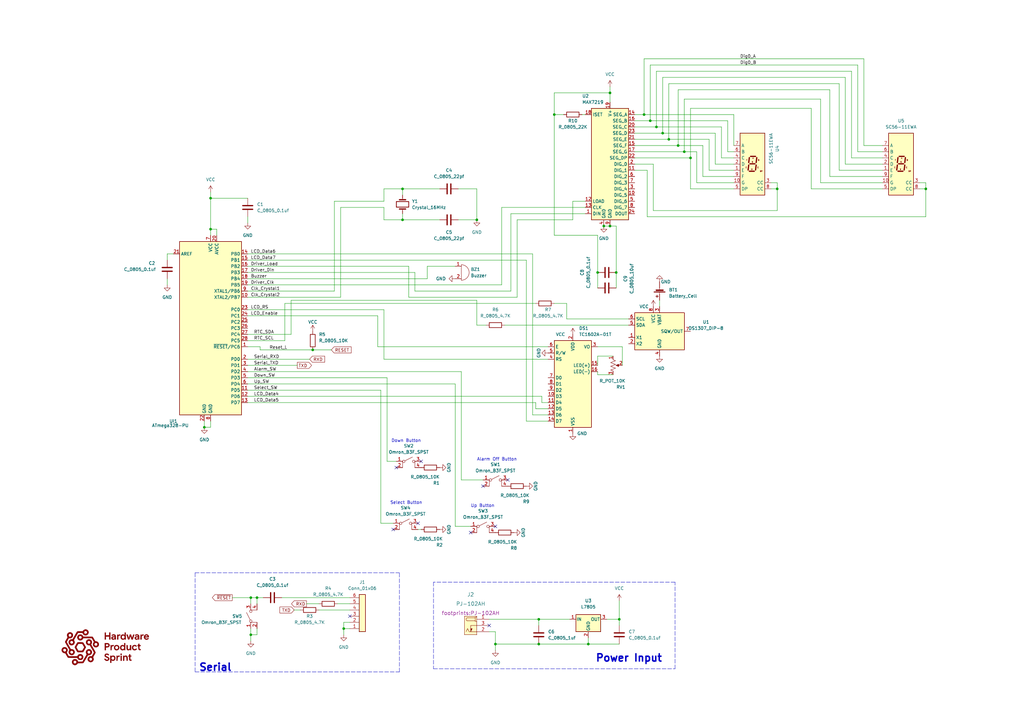
<source format=kicad_sch>
(kicad_sch (version 20211123) (generator eeschema)
  (paper "A3")
  (junction (at 269.24 52.07))
  (junction (at 283.21 64.77))
  (junction (at 318.77 77.47))
  (junction (at 264.16 46.99))
  (junction (at 280.67 62.23))
  (junction (at 83.82 175.26))
  (junction (at 247.65 92.71))
  (junction (at 165.1 90.17))
  (junction (at 227.33 46.99))
  (junction (at 254 254))
  (junction (at 102.87 245.11))
  (junction (at 241.3 264.16))
  (junction (at 278.13 59.69))
  (junction (at 165.1 77.47))
  (junction (at 86.36 81.28))
  (junction (at 105.41 245.11))
  (junction (at 220.98 254))
  (junction (at 245.11 111.76))
  (junction (at 250.19 92.71))
  (junction (at 128.27 143.51))
  (junction (at 140.97 257.81))
  (junction (at 220.98 264.16))
  (junction (at 86.36 93.98))
  (junction (at 252.73 111.76))
  (junction (at 195.58 90.17))
  (junction (at 266.7 49.53))
  (junction (at 250.19 38.1))
  (junction (at 271.78 54.61))
  (junction (at 379.73 77.47))
  (junction (at 274.32 57.15))
  (junction (at 102.87 260.35))
  (junction (at 203.2 264.16))
  (no_connect (at 161.29 217.17))
  (no_connect (at 162.56 191.77))
  (no_connect (at 200.66 256.54))
  (no_connect (at 193.04 218.44))
  (no_connect (at 172.72 189.23))
  (no_connect (at 198.12 199.39))
  (no_connect (at 203.2 215.9))
  (no_connect (at 171.45 214.63))
  (no_connect (at 208.28 196.85))
  (no_connect (at 143.51 252.73))
  (wire (pts (xy 205.74 85.09) (xy 240.03 85.09)))
  (wire (pts (xy 274.32 57.15) (xy 260.35 57.15)))
  (wire (pts (xy 218.44 170.18) (xy 224.79 170.18)))
  (wire (pts (xy 255.27 149.86) (xy 255.27 142.24)))
  (wire (pts (xy 203.2 264.16) (xy 203.2 266.7)))
  (wire (pts (xy 101.6 109.22) (xy 167.64 109.22)))
  (wire (pts (xy 143.51 257.81) (xy 140.97 257.81)))
  (wire (pts (xy 351.79 62.23) (xy 351.79 26.67)))
  (wire (pts (xy 354.33 59.69) (xy 354.33 24.13)))
  (wire (pts (xy 170.18 119.38) (xy 209.55 119.38)))
  (wire (pts (xy 101.6 114.3) (xy 175.26 114.3)))
  (wire (pts (xy 101.6 129.54) (xy 154.94 129.54)))
  (wire (pts (xy 139.7 85.09) (xy 139.7 121.92)))
  (wire (pts (xy 318.77 77.47) (xy 316.23 77.47)))
  (wire (pts (xy 101.6 165.1) (xy 219.71 165.1)))
  (wire (pts (xy 130.81 250.19) (xy 143.51 250.19)))
  (wire (pts (xy 290.83 69.85) (xy 300.99 69.85)))
  (wire (pts (xy 379.73 77.47) (xy 379.73 88.9)))
  (wire (pts (xy 140.97 255.27) (xy 140.97 257.81)))
  (wire (pts (xy 212.09 90.17) (xy 234.95 90.17)))
  (wire (pts (xy 260.35 52.07) (xy 269.24 52.07)))
  (wire (pts (xy 157.48 90.17) (xy 165.1 90.17)))
  (wire (pts (xy 101.6 160.02) (xy 156.21 160.02)))
  (polyline (pts (xy 80.01 234.95) (xy 163.83 234.95)))
  (wire (pts (xy 260.35 67.31) (xy 267.97 67.31)))
  (polyline (pts (xy 276.86 274.32) (xy 276.86 238.76)))
  (wire (pts (xy 215.9 172.72) (xy 224.79 172.72)))
  (wire (pts (xy 157.48 147.32) (xy 224.79 147.32)))
  (wire (pts (xy 254 254) (xy 248.92 254)))
  (wire (pts (xy 186.69 157.48) (xy 186.69 215.9)))
  (wire (pts (xy 200.66 254) (xy 220.98 254)))
  (wire (pts (xy 241.3 261.62) (xy 241.3 264.16)))
  (wire (pts (xy 105.41 257.81) (xy 105.41 260.35)))
  (polyline (pts (xy 177.8 238.76) (xy 177.8 274.32)))
  (wire (pts (xy 170.18 111.76) (xy 170.18 119.38)))
  (wire (pts (xy 250.19 35.56) (xy 250.19 38.1)))
  (wire (pts (xy 101.6 149.86) (xy 121.92 149.86)))
  (wire (pts (xy 336.55 40.64) (xy 280.67 40.64)))
  (wire (pts (xy 115.57 245.11) (xy 143.51 245.11)))
  (wire (pts (xy 189.23 152.4) (xy 189.23 196.85)))
  (wire (pts (xy 278.13 59.69) (xy 260.35 59.69)))
  (wire (pts (xy 165.1 90.17) (xy 180.34 90.17)))
  (wire (pts (xy 101.6 142.24) (xy 106.68 142.24)))
  (wire (pts (xy 156.21 160.02) (xy 156.21 214.63)))
  (wire (pts (xy 101.6 88.9) (xy 101.6 91.44)))
  (wire (pts (xy 105.41 245.11) (xy 107.95 245.11)))
  (wire (pts (xy 175.26 109.22) (xy 186.69 109.22)))
  (wire (pts (xy 265.43 88.9) (xy 379.73 88.9)))
  (wire (pts (xy 86.36 81.28) (xy 101.6 81.28)))
  (wire (pts (xy 361.95 69.85) (xy 344.17 69.85)))
  (wire (pts (xy 101.6 152.4) (xy 189.23 152.4)))
  (wire (pts (xy 340.36 36.83) (xy 278.13 36.83)))
  (wire (pts (xy 203.2 259.08) (xy 203.2 264.16)))
  (wire (pts (xy 116.84 124.46) (xy 219.71 124.46)))
  (wire (pts (xy 346.71 67.31) (xy 346.71 31.75)))
  (wire (pts (xy 102.87 245.11) (xy 105.41 245.11)))
  (wire (pts (xy 101.6 119.38) (xy 137.16 119.38)))
  (wire (pts (xy 195.58 123.19) (xy 195.58 133.35)))
  (wire (pts (xy 232.41 124.46) (xy 232.41 130.81)))
  (wire (pts (xy 101.6 116.84) (xy 205.74 116.84)))
  (wire (pts (xy 245.11 111.76) (xy 245.11 118.11)))
  (wire (pts (xy 361.95 77.47) (xy 332.74 77.47)))
  (wire (pts (xy 209.55 119.38) (xy 209.55 87.63)))
  (wire (pts (xy 318.77 86.36) (xy 267.97 86.36)))
  (wire (pts (xy 139.7 85.09) (xy 157.48 85.09)))
  (wire (pts (xy 205.74 116.84) (xy 205.74 85.09)))
  (wire (pts (xy 241.3 264.16) (xy 220.98 264.16)))
  (wire (pts (xy 207.01 133.35) (xy 257.81 133.35)))
  (wire (pts (xy 288.29 72.39) (xy 300.99 72.39)))
  (wire (pts (xy 105.41 247.65) (xy 105.41 245.11)))
  (wire (pts (xy 354.33 24.13) (xy 264.16 24.13)))
  (wire (pts (xy 157.48 77.47) (xy 165.1 77.47)))
  (wire (pts (xy 250.19 92.71) (xy 247.65 92.71)))
  (wire (pts (xy 106.68 143.51) (xy 128.27 143.51)))
  (wire (pts (xy 270.51 123.19) (xy 270.51 125.73)))
  (wire (pts (xy 283.21 77.47) (xy 283.21 64.77)))
  (wire (pts (xy 227.33 124.46) (xy 232.41 124.46)))
  (wire (pts (xy 300.99 77.47) (xy 283.21 77.47)))
  (wire (pts (xy 232.41 130.81) (xy 257.81 130.81)))
  (wire (pts (xy 165.1 87.63) (xy 165.1 90.17)))
  (wire (pts (xy 361.95 67.31) (xy 346.71 67.31)))
  (wire (pts (xy 212.09 121.92) (xy 212.09 90.17)))
  (wire (pts (xy 252.73 92.71) (xy 250.19 92.71)))
  (wire (pts (xy 220.98 254) (xy 233.68 254)))
  (polyline (pts (xy 163.83 275.59) (xy 163.83 234.95)))
  (wire (pts (xy 209.55 87.63) (xy 240.03 87.63)))
  (wire (pts (xy 158.75 189.23) (xy 162.56 189.23)))
  (wire (pts (xy 102.87 260.35) (xy 102.87 262.89)))
  (wire (pts (xy 119.38 137.16) (xy 119.38 123.19)))
  (wire (pts (xy 300.99 62.23) (xy 298.45 62.23)))
  (wire (pts (xy 106.68 142.24) (xy 106.68 143.51)))
  (wire (pts (xy 86.36 93.98) (xy 86.36 96.52)))
  (wire (pts (xy 157.48 77.47) (xy 157.48 82.55)))
  (wire (pts (xy 157.48 85.09) (xy 157.48 90.17)))
  (wire (pts (xy 68.58 104.14) (xy 68.58 106.68)))
  (wire (pts (xy 300.99 46.99) (xy 264.16 46.99)))
  (wire (pts (xy 116.84 139.7) (xy 116.84 124.46)))
  (wire (pts (xy 137.16 82.55) (xy 157.48 82.55)))
  (wire (pts (xy 245.11 153.67) (xy 251.46 153.67)))
  (wire (pts (xy 295.91 64.77) (xy 295.91 52.07)))
  (wire (pts (xy 245.11 149.86) (xy 245.11 146.05)))
  (wire (pts (xy 361.95 64.77) (xy 349.25 64.77)))
  (wire (pts (xy 119.38 123.19) (xy 195.58 123.19)))
  (wire (pts (xy 218.44 104.14) (xy 218.44 170.18)))
  (wire (pts (xy 300.99 64.77) (xy 295.91 64.77)))
  (wire (pts (xy 267.97 67.31) (xy 267.97 86.36)))
  (wire (pts (xy 120.65 250.19) (xy 123.19 250.19)))
  (wire (pts (xy 83.82 175.26) (xy 86.36 175.26)))
  (wire (pts (xy 165.1 80.01) (xy 165.1 77.47)))
  (wire (pts (xy 332.74 44.45) (xy 283.21 44.45)))
  (wire (pts (xy 346.71 31.75) (xy 271.78 31.75)))
  (wire (pts (xy 316.23 74.93) (xy 318.77 74.93)))
  (wire (pts (xy 269.24 29.21) (xy 269.24 52.07)))
  (wire (pts (xy 336.55 74.93) (xy 336.55 40.64)))
  (wire (pts (xy 377.19 74.93) (xy 379.73 74.93)))
  (wire (pts (xy 288.29 72.39) (xy 288.29 59.69)))
  (wire (pts (xy 264.16 24.13) (xy 264.16 46.99)))
  (wire (pts (xy 274.32 34.29) (xy 274.32 57.15)))
  (wire (pts (xy 288.29 59.69) (xy 278.13 59.69)))
  (wire (pts (xy 195.58 77.47) (xy 195.58 90.17)))
  (wire (pts (xy 332.74 77.47) (xy 332.74 44.45)))
  (wire (pts (xy 154.94 129.54) (xy 154.94 142.24)))
  (wire (pts (xy 101.6 137.16) (xy 119.38 137.16)))
  (wire (pts (xy 252.73 111.76) (xy 252.73 92.71)))
  (wire (pts (xy 254 246.38) (xy 254 254)))
  (wire (pts (xy 195.58 133.35) (xy 199.39 133.35)))
  (wire (pts (xy 245.11 96.52) (xy 227.33 96.52)))
  (wire (pts (xy 157.48 127) (xy 157.48 147.32)))
  (wire (pts (xy 101.6 127) (xy 157.48 127)))
  (wire (pts (xy 101.6 121.92) (xy 139.7 121.92)))
  (wire (pts (xy 167.64 109.22) (xy 167.64 121.92)))
  (wire (pts (xy 156.21 214.63) (xy 161.29 214.63)))
  (wire (pts (xy 318.77 77.47) (xy 318.77 86.36)))
  (wire (pts (xy 128.27 143.51) (xy 135.89 143.51)))
  (wire (pts (xy 158.75 154.94) (xy 158.75 189.23)))
  (wire (pts (xy 186.69 215.9) (xy 193.04 215.9)))
  (wire (pts (xy 238.76 46.99) (xy 240.03 46.99)))
  (wire (pts (xy 171.45 217.17) (xy 172.72 217.17)))
  (wire (pts (xy 219.71 165.1) (xy 219.71 167.64)))
  (wire (pts (xy 265.43 69.85) (xy 265.43 88.9)))
  (wire (pts (xy 283.21 64.77) (xy 260.35 64.77)))
  (wire (pts (xy 241.3 264.16) (xy 254 264.16)))
  (wire (pts (xy 280.67 62.23) (xy 260.35 62.23)))
  (wire (pts (xy 298.45 49.53) (xy 266.7 49.53)))
  (wire (pts (xy 344.17 34.29) (xy 274.32 34.29)))
  (wire (pts (xy 293.37 67.31) (xy 300.99 67.31)))
  (wire (pts (xy 86.36 93.98) (xy 88.9 93.98)))
  (wire (pts (xy 361.95 59.69) (xy 354.33 59.69)))
  (wire (pts (xy 86.36 81.28) (xy 86.36 93.98)))
  (wire (pts (xy 86.36 78.74) (xy 86.36 81.28)))
  (wire (pts (xy 361.95 72.39) (xy 340.36 72.39)))
  (wire (pts (xy 101.6 111.76) (xy 170.18 111.76)))
  (wire (pts (xy 349.25 29.21) (xy 269.24 29.21)))
  (wire (pts (xy 105.41 260.35) (xy 102.87 260.35)))
  (wire (pts (xy 200.66 259.08) (xy 203.2 259.08)))
  (wire (pts (xy 234.95 90.17) (xy 234.95 82.55)))
  (wire (pts (xy 245.11 96.52) (xy 245.11 111.76)))
  (wire (pts (xy 101.6 104.14) (xy 218.44 104.14)))
  (wire (pts (xy 102.87 257.81) (xy 102.87 260.35)))
  (wire (pts (xy 138.43 247.65) (xy 143.51 247.65)))
  (wire (pts (xy 222.25 165.1) (xy 224.79 165.1)))
  (wire (pts (xy 101.6 162.56) (xy 222.25 162.56)))
  (wire (pts (xy 101.6 106.68) (xy 215.9 106.68)))
  (wire (pts (xy 285.75 62.23) (xy 280.67 62.23)))
  (wire (pts (xy 298.45 62.23) (xy 298.45 49.53)))
  (wire (pts (xy 167.64 121.92) (xy 212.09 121.92)))
  (wire (pts (xy 165.1 77.47) (xy 180.34 77.47)))
  (wire (pts (xy 101.6 139.7) (xy 116.84 139.7)))
  (wire (pts (xy 252.73 118.11) (xy 252.73 111.76)))
  (wire (pts (xy 88.9 96.52) (xy 88.9 93.98)))
  (wire (pts (xy 102.87 245.11) (xy 95.25 245.11)))
  (wire (pts (xy 293.37 54.61) (xy 271.78 54.61)))
  (wire (pts (xy 250.19 38.1) (xy 250.19 41.91)))
  (wire (pts (xy 340.36 72.39) (xy 340.36 36.83)))
  (wire (pts (xy 264.16 46.99) (xy 260.35 46.99)))
  (wire (pts (xy 86.36 175.26) (xy 86.36 172.72)))
  (wire (pts (xy 143.51 255.27) (xy 140.97 255.27)))
  (wire (pts (xy 361.95 74.93) (xy 336.55 74.93)))
  (wire (pts (xy 280.67 40.64) (xy 280.67 62.23)))
  (wire (pts (xy 351.79 26.67) (xy 266.7 26.67)))
  (wire (pts (xy 154.94 142.24) (xy 224.79 142.24)))
  (wire (pts (xy 318.77 74.93) (xy 318.77 77.47)))
  (wire (pts (xy 295.91 52.07) (xy 269.24 52.07)))
  (wire (pts (xy 215.9 106.68) (xy 215.9 172.72)))
  (wire (pts (xy 227.33 38.1) (xy 250.19 38.1)))
  (wire (pts (xy 140.97 257.81) (xy 140.97 260.35)))
  (wire (pts (xy 189.23 196.85) (xy 198.12 196.85)))
  (wire (pts (xy 234.95 82.55) (xy 240.03 82.55)))
  (wire (pts (xy 266.7 26.67) (xy 266.7 49.53)))
  (wire (pts (xy 290.83 57.15) (xy 274.32 57.15)))
  (wire (pts (xy 68.58 114.3) (xy 68.58 116.84)))
  (wire (pts (xy 260.35 69.85) (xy 265.43 69.85)))
  (polyline (pts (xy 177.8 274.32) (xy 276.86 274.32)))
  (wire (pts (xy 271.78 54.61) (xy 260.35 54.61)))
  (wire (pts (xy 127 147.32) (xy 101.6 147.32)))
  (polyline (pts (xy 276.86 238.76) (xy 177.8 238.76)))
  (polyline (pts (xy 80.01 275.59) (xy 163.83 275.59)))
  (wire (pts (xy 285.75 74.93) (xy 285.75 62.23)))
  (wire (pts (xy 220.98 254) (xy 220.98 256.54)))
  (wire (pts (xy 125.73 247.65) (xy 130.81 247.65)))
  (polyline (pts (xy 80.01 234.95) (xy 80.01 275.59)))
  (wire (pts (xy 219.71 167.64) (xy 224.79 167.64)))
  (wire (pts (xy 83.82 175.26) (xy 83.82 172.72)))
  (wire (pts (xy 379.73 77.47) (xy 377.19 77.47)))
  (wire (pts (xy 102.87 247.65) (xy 102.87 245.11)))
  (wire (pts (xy 283.21 44.45) (xy 283.21 64.77)))
  (wire (pts (xy 222.25 162.56) (xy 222.25 165.1)))
  (wire (pts (xy 137.16 119.38) (xy 137.16 82.55)))
  (wire (pts (xy 361.95 62.23) (xy 351.79 62.23)))
  (wire (pts (xy 379.73 74.93) (xy 379.73 77.47)))
  (wire (pts (xy 278.13 36.83) (xy 278.13 59.69)))
  (wire (pts (xy 344.17 69.85) (xy 344.17 34.29)))
  (wire (pts (xy 245.11 146.05) (xy 251.46 146.05)))
  (wire (pts (xy 187.96 90.17) (xy 195.58 90.17)))
  (wire (pts (xy 293.37 67.31) (xy 293.37 54.61)))
  (wire (pts (xy 255.27 142.24) (xy 245.11 142.24)))
  (wire (pts (xy 254 256.54) (xy 254 254)))
  (wire (pts (xy 227.33 46.99) (xy 231.14 46.99)))
  (wire (pts (xy 227.33 96.52) (xy 227.33 46.99)))
  (wire (pts (xy 285.75 74.93) (xy 300.99 74.93)))
  (wire (pts (xy 187.96 77.47) (xy 195.58 77.47)))
  (wire (pts (xy 203.2 264.16) (xy 220.98 264.16)))
  (wire (pts (xy 101.6 154.94) (xy 158.75 154.94)))
  (wire (pts (xy 349.25 64.77) (xy 349.25 29.21)))
  (wire (pts (xy 68.58 104.14) (xy 71.12 104.14)))
  (wire (pts (xy 175.26 114.3) (xy 175.26 109.22)))
  (wire (pts (xy 101.6 157.48) (xy 186.69 157.48)))
  (wire (pts (xy 227.33 46.99) (xy 227.33 38.1)))
  (wire (pts (xy 290.83 69.85) (xy 290.83 57.15)))
  (wire (pts (xy 245.11 152.4) (xy 245.11 153.67)))
  (wire (pts (xy 271.78 31.75) (xy 271.78 54.61)))
  (wire (pts (xy 300.99 59.69) (xy 300.99 46.99)))
  (wire (pts (xy 266.7 49.53) (xy 260.35 49.53)))
  (text "Down Button\n" (at 172.72 181.61 180) (effects (font (size 1.27 1.27)) (justify right bottom)))
  (text "Select Button" (at 160.02 207.01 0) (effects (font (size 1.27 1.27)) (justify left bottom)))
  (text "Power Input" (at 271.78 271.78 180) (effects (font (size 3 3) bold) (justify right bottom)))
  (text "Serial" (at 95.25 275.59 180) (effects (font (size 3 3) (thickness 0.6) bold) (justify right bottom)))
  (text "Alarm Off Button" (at 195.58 189.23 0) (effects (font (size 1.27 1.27)) (justify left bottom)))
  (text "Up Button" (at 193.04 208.28 0) (effects (font (size 1.27 1.27)) (justify left bottom)))
  (label "Select_SW" (at 104.14 160.02 0))
  (label "LCD_Data4" (at 104.14 162.56 0))
  (label "Serial_RXD" (at 104.14 147.32 0))
  (label "LCD_Data7" (at 102.87 106.68 0))
  (label "Alarm_SW" (at 104.14 152.4 0))
  (label "Reset_L" (at 110.49 143.51 0))
  (label "Dig0_A" (at 303.53 24.13 0))
  (label "Down_SW" (at 104.14 154.94 0))
  (label "Up_SW" (at 104.14 157.48 0))
  (label "LCD_Data6" (at 102.87 104.14 0))
  (label "Driver_Clk" (at 102.87 116.84 0))
  (label "Dig0_B" (at 303.53 26.67 0))
  (label "Clk_Crystal1" (at 102.87 119.38 0))
  (label "LCD_Enable" (at 102.87 129.54 0))
  (label "Driver_Load" (at 102.87 109.22 0))
  (label "RTC_SDA" (at 104.14 137.16 0))
  (label "Serial_TXD" (at 104.14 149.86 0))
  (label "Driver_Din" (at 102.87 111.76 0))
  (label "LCD_Data5" (at 104.14 165.1 0))
  (label "Buzzer" (at 102.87 114.3 0))
  (label "LCD_RS" (at 102.87 127 0))
  (label "RTC_SCL" (at 104.14 139.7 0))
  (label "Clk_Crystal2" (at 102.87 121.92 0))
  (global_label "RXD" (shape output) (at 125.73 247.65 180) (property "Intersheet References" "${INTERSHEET_REFS}" (effects hide)))
  (global_label "RXD" (shape input) (at 127 147.32 0) (property "Intersheet References" "${INTERSHEET_REFS}" (effects hide)))
  (global_label "RESET" (shape input) (at 135.89 143.51 0) (property "Intersheet References" "${INTERSHEET_REFS}" (effects hide)))
  (global_label "~{RESET}" (shape output) (at 95.25 245.11 180) (property "Intersheet References" "${INTERSHEET_REFS}" (effects hide)))
  (global_label "TXD" (shape input) (at 120.65 250.19 180) (property "Intersheet References" "${INTERSHEET_REFS}" (effects hide)))
  (global_label "TXD" (shape output) (at 121.92 149.86 0) (property "Intersheet References" "${INTERSHEET_REFS}" (effects hide)))
  (symbol (lib_id "HPS:Battery_Cell") (at 270.51 118.11 180) (unit 1)
    (property "Reference" "BT1" (at 274.32 118.8719 0) (effects (justify right)))
    (property "Value" "Battery_Cell" (at 274.32 121.4119 0) (effects (justify right)))
    (property "Footprint" "footprints:BatteryHolder_Keystone_106_1x20mm" (effects hide))
    (property "Datasheet" "https://media.digikey.com/pdf/Data%20Sheets/Memory%20Protection%20PDFs/Coin_Cell_Guide.pdf" (effects hide))
    (property "MFG" "MPD (Memory Protection Devices)" (effects hide))
    (property "MPN" "BS-7" (effects hide))
    (property "Digikey PN" "BS-7-ND" (effects hide))
    (property "Mouser PN" "N/A" (effects hide))
  )
  (symbol (lib_id "HPS:GND") (at 68.58 116.84 0) (unit 1)
    (property "Reference" "#PWR018" (effects hide))
    (property "Value" "GND" (at 68.58 121.92 0))
  )
  (symbol (lib_id "HPS:VCC") (at 250.19 35.56 0) (unit 1)
    (property "Reference" "#PWR013" (effects hide))
    (property "Value" "VCC" (at 250.19 30.48 0))
  )
  (symbol (lib_id "HPS:R_0805_10K") (at 176.53 191.77 90) (unit 1)
    (property "Reference" "R1" (at 180.34 198.12 90) (effects (justify left)))
    (property "Value" "R_0805_10K" (at 180.34 195.58 90) (effects (justify left)))
    (property "Footprint" "footprints:R_0805_2012Metric" (effects hide))
    (property "Datasheet" "https://www.digikey.com/en/products/detail/yageo/RC0805FR-0710KL/727535" (effects hide))
    (property "MFG" "Yageo" (effects hide))
    (property "MPN" "RC0805FR-0710KL" (effects hide))
    (property "Digikey PN" "311-10.0KCRCT-ND" (effects hide))
    (property "Mouser PN" "N/A" (effects hide))
    (property "Power" "N/A" (effects hide))
    (property "Tolerance" "N/A" (effects hide))
  )
  (symbol (lib_id "HPS:DS1307_DIP-8") (at 270.51 135.89 0) (unit 1)
    (property "Reference" "U1" (at 289.56 132.08 0))
    (property "Value" "DS1307_DIP-8" (at 289.56 134.62 0))
    (property "Footprint" "footprints:DIP-8_W7.62mm" (effects hide))
    (property "Datasheet" "https://datasheets.maximintegrated.com/en/ds/DS1307.pdf" (effects hide))
    (property "MFG" "Assmann WSW Components" (effects hide))
    (property "MPN" "A 08-LC-TT" (effects hide))
    (property "Digikey PN" "AE9986-ND" (effects hide))
    (property "Mouser PN" "N/A" (effects hide))
  )
  (symbol (lib_id "HPS:R_0805_4.7K") (at 134.62 247.65 90) (unit 1)
    (property "Reference" "R4" (at 134.62 241.3 90))
    (property "Value" "R_0805_4.7K" (at 134.62 243.84 90))
    (property "Footprint" "footprints:R_0805_2012Metric" (effects hide))
    (property "Datasheet" "https://www.digikey.com/en/products/detail/yageo/RC0805FR-074K7L/727929" (effects hide))
    (property "MFG" "Yageo" (effects hide))
    (property "MPN" "RC0805FR-074K7L" (effects hide))
    (property "Digikey PN" "311-4.70KCRCT-ND" (effects hide))
    (property "Mouser PN" "N/A" (effects hide))
    (property "Power" "N/A" (effects hide))
    (property "Tolerance" "N/A" (effects hide))
  )
  (symbol (lib_id "HPS_3:Omron_B3F_SPST") (at 198.12 215.9 0) (unit 1)
    (property "Reference" "SW3" (at 198.12 209.55 0))
    (property "Value" "Omron_B3F_SPST" (at 198.12 212.09 0))
    (property "Footprint" "footprints:SW_SPST_Omron_B3FS-100xP" (effects hide))
    (property "Datasheet" "https://omronfs.omron.com/en_US/ecb/products/pdf/en-b3fs.pdf" (effects hide))
    (property "MFG" "Omron Electronics Inc-EMC Div" (effects hide))
    (property "MPN" "B3FS-1000P" (effects hide))
    (property "Digikey PN" "SW423CT-ND" (effects hide))
    (property "Mouser PN" "N/A" (effects hide))
  )
  (symbol (lib_id "HPS:GND") (at 270.51 115.57 180) (unit 1)
    (property "Reference" "#PWR025" (effects hide))
    (property "Value" "GND" (at 273.05 115.57 0))
  )
  (symbol (lib_id "HPS:GND") (at 186.69 114.3 270) (unit 1)
    (property "Reference" "#PWR04" (effects hide))
    (property "Value" "GND" (at 182.88 114.2999 90) (effects (justify right)))
  )
  (symbol (lib_id "HPS_3:Omron_B3F_SPST") (at 203.2 196.85 0) (unit 1)
    (property "Reference" "SW1" (at 203.2 190.5 0))
    (property "Value" "Omron_B3F_SPST" (at 203.2 193.04 0))
    (property "Footprint" "footprints:SW_SPST_Omron_B3FS-100xP" (effects hide))
    (property "Datasheet" "https://omronfs.omron.com/en_US/ecb/products/pdf/en-b3fs.pdf" (effects hide))
    (property "MFG" "Omron Electronics Inc-EMC Div" (effects hide))
    (property "MPN" "B3FS-1000P" (effects hide))
    (property "Digikey PN" "SW423CT-ND" (effects hide))
    (property "Mouser PN" "N/A" (effects hide))
  )
  (symbol (lib_id "HPS:GND") (at 224.79 144.78 270) (unit 1)
    (property "Reference" "#PWR09" (effects hide))
    (property "Value" "GND" (at 220.98 144.78 0))
  )
  (symbol (lib_id "HPS:GND") (at 247.65 92.71 0) (unit 1)
    (property "Reference" "#PWR012" (effects hide))
    (property "Value" "GND" (at 247.65 97.79 0))
  )
  (symbol (lib_id "HPS:R_0805_22K") (at 234.95 46.99 270) (unit 1)
    (property "Reference" "R10" (at 234.95 49.53 90))
    (property "Value" "R_0805_22K" (at 234.95 52.07 90))
    (property "Footprint" "footprints:R_0805_2012Metric" (effects hide))
    (property "Datasheet" "https://www.digikey.com/en/products/detail/yageo/RC0805FR-0722KL/727736" (effects hide))
    (property "MFG" "Yageo" (effects hide))
    (property "MPN" "RC0805FR-0722KL" (effects hide))
    (property "Digikey PN" "311-22.0KCRCT-ND" (effects hide))
    (property "Mouser PN" "N/A" (effects hide))
    (property "Power" "N/A" (effects hide))
    (property "Tolerance" "N/A" (effects hide))
  )
  (symbol (lib_id "HPS:R_0805_4.7K") (at 127 250.19 270) (mirror x) (unit 1)
    (property "Reference" "R3" (at 127 252.73 90))
    (property "Value" "R_0805_4.7K" (at 127 255.27 90))
    (property "Footprint" "footprints:R_0805_2012Metric" (effects hide))
    (property "Datasheet" "https://www.digikey.com/en/products/detail/yageo/RC0805FR-074K7L/727929" (effects hide))
    (property "MFG" "Yageo" (effects hide))
    (property "MPN" "RC0805FR-074K7L" (effects hide))
    (property "Digikey PN" "311-4.70KCRCT-ND" (effects hide))
    (property "Mouser PN" "N/A" (effects hide))
    (property "Power" "N/A" (effects hide))
    (property "Tolerance" "N/A" (effects hide))
  )
  (symbol (lib_id "HPS:R_0805_10K") (at 212.09 199.39 90) (unit 1)
    (property "Reference" "R9" (at 217.17 205.74 90) (effects (justify left)))
    (property "Value" "R_0805_10K" (at 217.17 203.2 90) (effects (justify left)))
    (property "Footprint" "footprints:R_0805_2012Metric" (effects hide))
    (property "Datasheet" "https://www.digikey.com/en/products/detail/yageo/RC0805FR-0710KL/727535" (effects hide))
    (property "MFG" "Yageo" (effects hide))
    (property "MPN" "RC0805FR-0710KL" (effects hide))
    (property "Digikey PN" "311-10.0KCRCT-ND" (effects hide))
    (property "Mouser PN" "N/A" (effects hide))
    (property "Power" "N/A" (effects hide))
    (property "Tolerance" "N/A" (effects hide))
  )
  (symbol (lib_id "HPS:C_0805_0.1uf") (at 111.76 245.11 90) (unit 1)
    (property "Reference" "C3" (at 111.76 237.49 90))
    (property "Value" "C_0805_0.1uf" (at 111.76 240.03 90))
    (property "Footprint" "footprints:C_0805_2012Metric" (effects hide))
    (property "Datasheet" "https://datasheets.avx.com/X7RDielectric.pdf" (effects hide))
    (property "MFG" "AVX Corporation" (effects hide))
    (property "MPN" "08055C104KAT2A" (effects hide))
    (property "Digikey PN" "478-1395-1-ND" (effects hide))
    (property "Mouser PN" "N/A" (effects hide))
    (property "Voltage" "N/A" (effects hide))
    (property "Dielectric" "N/A" (effects hide))
    (property "Tolerance" "N/A" (effects hide))
  )
  (symbol (lib_id "HPS_3:Omron_B3F_SPST") (at 166.37 214.63 0) (unit 1)
    (property "Reference" "SW4" (at 166.37 208.28 0))
    (property "Value" "Omron_B3F_SPST" (at 166.37 210.82 0))
    (property "Footprint" "footprints:SW_SPST_Omron_B3FS-100xP" (effects hide))
    (property "Datasheet" "https://omronfs.omron.com/en_US/ecb/products/pdf/en-b3fs.pdf" (effects hide))
    (property "MFG" "Omron Electronics Inc-EMC Div" (effects hide))
    (property "MPN" "B3FS-1000P" (effects hide))
    (property "Digikey PN" "SW423CT-ND" (effects hide))
    (property "Mouser PN" "N/A" (effects hide))
  )
  (symbol (lib_id "HPS:VCC") (at 234.95 137.16 0) (unit 1)
    (property "Reference" "#PWR010" (effects hide))
    (property "Value" "VCC" (at 229.87 137.16 0))
  )
  (symbol (lib_id "HPS:C_0805_0.1uf") (at 101.6 85.09 0) (unit 1)
    (property "Reference" "C1" (at 105.41 83.8199 0) (effects (justify left)))
    (property "Value" "C_0805_0.1uf" (at 105.41 86.3599 0) (effects (justify left)))
    (property "Footprint" "footprints:C_0805_2012Metric" (effects hide))
    (property "Datasheet" "https://datasheets.avx.com/X7RDielectric.pdf" (effects hide))
    (property "MFG" "AVX Corporation" (effects hide))
    (property "MPN" "08055C104KAT2A" (effects hide))
    (property "Digikey PN" "478-1395-1-ND" (effects hide))
    (property "Mouser PN" "N/A" (effects hide))
    (property "Voltage" "N/A" (effects hide))
    (property "Dielectric" "N/A" (effects hide))
    (property "Tolerance" "N/A" (effects hide))
  )
  (symbol (lib_id "HPS:C_0805_0.1uf") (at 254 260.35 0) (unit 1)
    (property "Reference" "C7" (at 257.81 259.0799 0) (effects (justify left)))
    (property "Value" "C_0805_0.1uf" (at 257.81 261.6199 0) (effects (justify left)))
    (property "Footprint" "footprints:C_0805_2012Metric" (effects hide))
    (property "Datasheet" "https://datasheets.avx.com/X7RDielectric.pdf" (effects hide))
    (property "MFG" "AVX Corporation" (effects hide))
    (property "MPN" "08055C104KAT2A" (effects hide))
    (property "Digikey PN" "478-1395-1-ND" (effects hide))
    (property "Mouser PN" "N/A" (effects hide))
    (property "Voltage" "N/A" (effects hide))
    (property "Dielectric" "N/A" (effects hide))
    (property "Tolerance" "N/A" (effects hide))
  )
  (symbol (lib_id "HPS:VCC") (at 86.36 78.74 0) (unit 1)
    (property "Reference" "#PWR02" (effects hide))
    (property "Value" "VCC" (at 86.36 73.66 0))
  )
  (symbol (lib_id "HPS:GND") (at 180.34 191.77 90) (unit 1)
    (property "Reference" "#PWR06" (effects hide))
    (property "Value" "GND" (at 184.15 191.77 0))
  )
  (symbol (lib_id "HPS:VCC") (at 128.27 135.89 0) (unit 1)
    (property "Reference" "#PWR021" (effects hide))
    (property "Value" "VCC" (at 128.27 132.08 0))
  )
  (symbol (lib_id "HPS:PJ-102AH") (at 195.58 256.54 0) (unit 1)
    (property "Reference" "J2" (at 193.04 243.84 0) (effects (font (size 1.524 1.524))))
    (property "Value" "PJ-102AH" (at 193.04 247.65 0) (effects (font (size 1.524 1.524))))
    (property "Footprint" "footprints:PJ-102AH" (at 193.04 251.46 0) (effects (font (size 1.524 1.524))))
    (property "Datasheet" "https://www.cuidevices.com/product/resource/pj-102ah.pdf" (effects hide))
    (property "MFG" "CUI Devices" (effects hide))
    (property "MPN" "PJ-102AH" (effects hide))
    (property "Digikey PN" "CP-102AH-ND" (effects hide))
    (property "Mouser PN" "490-PJ-102AH" (effects hide))
  )
  (symbol (lib_id "HPS:GND") (at 270.51 146.05 0) (unit 1)
    (property "Reference" "#PWR017" (effects hide))
    (property "Value" "GND" (at 270.51 151.13 0))
  )
  (symbol (lib_id "HPS:MAX7219") (at 250.19 67.31 0) (unit 1)
    (property "Reference" "U2" (at 238.76 39.37 0) (effects (justify left)))
    (property "Value" "MAX7219" (at 238.76 41.91 0) (effects (justify left)))
    (property "Footprint" "footprints:DIP-24_W7.62mm" (effects hide))
    (property "Datasheet" "https://datasheets.maximintegrated.com/en/ds/MAX7219-MAX7221.pdf" (effects hide))
    (property "MFG" "On Shore Technology Inc." (effects hide))
    (property "MPN" "ED241DT" (effects hide))
    (property "Digikey PN" "ED3049-5-ND" (effects hide))
    (property "Mouser PN" "N/A" (effects hide))
  )
  (symbol (lib_id "HPS:R_0805_4.7K") (at 223.52 124.46 90) (unit 1)
    (property "Reference" "R7" (at 224.79 127 90))
    (property "Value" "R_0805_4.7K" (at 224.79 129.54 90))
    (property "Footprint" "footprints:R_0805_2012Metric" (effects hide))
    (property "Datasheet" "https://www.digikey.com/en/products/detail/yageo/RC0805FR-074K7L/727929" (effects hide))
    (property "MFG" "Yageo" (effects hide))
    (property "MPN" "RC0805FR-074K7L" (effects hide))
    (property "Digikey PN" "311-4.70KCRCT-ND" (effects hide))
    (property "Mouser PN" "N/A" (effects hide))
    (property "Power" "N/A" (effects hide))
    (property "Tolerance" "N/A" (effects hide))
  )
  (symbol (lib_id "HPS:VCC") (at 267.97 125.73 0) (unit 1)
    (property "Reference" "#PWR016" (effects hide))
    (property "Value" "VCC" (at 264.16 125.73 0))
  )
  (symbol (lib_id "HPS:C_0805_22pf") (at 184.15 90.17 90) (unit 1)
    (property "Reference" "C5" (at 184.15 95.25 90))
    (property "Value" "C_0805_22pf" (at 184.15 97.79 90))
    (property "Footprint" "footprints:C_0805_2012Metric" (effects hide))
    (property "Datasheet" "https://www.yageo.com/upload/media/product/productsearch/datasheet/mlcc/UPY-GP_NP0_16V-to-50V_18.pdf" (effects hide))
    (property "MFG" "Yageo" (effects hide))
    (property "MPN" "CC0805JRNPO9BN220" (effects hide))
    (property "Digikey PN" "311-1103-1-ND" (effects hide))
    (property "Mouser PN" "N/A" (effects hide))
    (property "Voltage" "N/A" (effects hide))
    (property "Dielectric" "N/A" (effects hide))
    (property "Tolerance" "N/A" (effects hide))
  )
  (symbol (lib_id "HPS:Crystal_16MHz") (at 165.1 83.82 90) (unit 1)
    (property "Reference" "Y1" (at 168.91 82.5499 90) (effects (justify right)))
    (property "Value" "Crystal_16MHz" (at 168.91 85.0899 90) (effects (justify right)))
    (property "Footprint" "footprints:Crystal_SMD_HC49-SD" (effects hide))
    (property "Datasheet" "https://ecsxtal.com/store/pdf/csm-7x-dn.pdf" (effects hide))
    (property "MFG" "ECS Inc." (effects hide))
    (property "MPN" "ECS-160-20-5PXDN-TR" (effects hide))
    (property "Digikey PN" "XC1299CT-ND" (effects hide))
    (property "Mouser PN" "N/A" (effects hide))
  )
  (symbol (lib_id "HPS:GND") (at 83.82 175.26 0) (unit 1)
    (property "Reference" "#PWR01" (effects hide))
    (property "Value" "GND" (at 83.82 180.34 0))
  )
  (symbol (lib_id "HPS:GND") (at 102.87 262.89 0) (unit 1)
    (property "Reference" "#PWR019" (effects hide))
    (property "Value" "GND" (at 102.87 267.97 0))
  )
  (symbol (lib_id "HPS:R_0805_4.7K") (at 203.2 133.35 90) (unit 1)
    (property "Reference" "R6" (at 203.2 127 90))
    (property "Value" "R_0805_4.7K" (at 203.2 129.54 90))
    (property "Footprint" "footprints:R_0805_2012Metric" (effects hide))
    (property "Datasheet" "https://www.digikey.com/en/products/detail/yageo/RC0805FR-074K7L/727929" (effects hide))
    (property "MFG" "Yageo" (effects hide))
    (property "MPN" "RC0805FR-074K7L" (effects hide))
    (property "Digikey PN" "311-4.70KCRCT-ND" (effects hide))
    (property "Mouser PN" "N/A" (effects hide))
    (property "Power" "N/A" (effects hide))
    (property "Tolerance" "N/A" (effects hide))
  )
  (symbol (lib_id "HPS:C_0805_10uf") (at 248.92 118.11 90) (unit 1)
    (property "Reference" "C9" (at 256.54 114.3 0))
    (property "Value" "C_0805_10uf" (at 259.08 114.3 0))
    (property "Footprint" "footprints:C_0805_2012Metric" (effects hide))
    (property "Datasheet" "https://search.murata.co.jp/Ceramy/image/img/A01X/G101/ENG/GRM21BR61E106KA73-01.pdf" (effects hide))
    (property "MFG" "Murata Electronics" (effects hide))
    (property "MPN" "GRM21BR61E106KA73L" (effects hide))
    (property "Digikey PN" "490-5523-1-ND" (effects hide))
    (property "Mouser PN" "N/A" (effects hide))
    (property "Voltage" "N/A" (effects hide))
    (property "Dielectric" "N/A" (effects hide))
    (property "Tolerance" "N/A" (effects hide))
  )
  (symbol (lib_id "HPS_3:HPS_Logo") (at 43.18 265.43 0) (unit 1)
    (property "Reference" "#G1" (effects hide))
    (property "Value" "HPS_Logo" (effects hide))
  )
  (symbol (lib_id "HPS:VCC") (at 254 246.38 0) (unit 1)
    (property "Reference" "#PWR024" (effects hide))
    (property "Value" "VCC" (at 254 241.3 0))
  )
  (symbol (lib_id "HPS:C_0805_0.1uf") (at 248.92 111.76 90) (unit 1)
    (property "Reference" "C8" (at 238.76 111.76 0))
    (property "Value" "C_0805_0.1uf" (at 241.3 111.76 0))
    (property "Footprint" "footprints:C_0805_2012Metric" (effects hide))
    (property "Datasheet" "https://datasheets.avx.com/X7RDielectric.pdf" (effects hide))
    (property "MFG" "AVX Corporation" (effects hide))
    (property "MPN" "08055C104KAT2A" (effects hide))
    (property "Digikey PN" "478-1395-1-ND" (effects hide))
    (property "Mouser PN" "N/A" (effects hide))
    (property "Voltage" "N/A" (effects hide))
    (property "Dielectric" "N/A" (effects hide))
    (property "Tolerance" "N/A" (effects hide))
  )
  (symbol (lib_id "HPS:GND") (at 101.6 91.44 0) (unit 1)
    (property "Reference" "#PWR03" (effects hide))
    (property "Value" "GND" (at 101.6 96.52 0))
  )
  (symbol (lib_id "HPS:GND") (at 215.9 199.39 90) (unit 1)
    (property "Reference" "#PWR08" (effects hide))
    (property "Value" "GND" (at 219.71 199.39 0))
  )
  (symbol (lib_id "HPS:GND") (at 210.82 218.44 90) (unit 1)
    (property "Reference" "#PWR07" (effects hide))
    (property "Value" "GND" (at 214.63 218.44 0))
  )
  (symbol (lib_id "HPS:TC1602A-01T") (at 234.95 157.48 0) (unit 1)
    (property "Reference" "DS1" (at 237.49 134.62 0) (effects (justify left)))
    (property "Value" "TC1602A-01T" (at 237.49 137.16 0) (effects (justify left)))
    (property "Footprint" "footprints:TC1602A-01T" (effects hide))
    (property "Datasheet" "https://cdn-shop.adafruit.com/datasheets/TC1602A-01T.pdf" (effects hide))
    (property "MFG" "Adafruit" (effects hide))
    (property "MPN" "1447" (effects hide))
    (property "Digikey PN" "1528-2212-ND" (effects hide))
    (property "Mouser PN" "N/A" (effects hide))
  )
  (symbol (lib_id "HPS_3:Omron_B3F_SPST") (at 167.64 189.23 0) (unit 1)
    (property "Reference" "SW2" (at 167.64 182.88 0))
    (property "Value" "Omron_B3F_SPST" (at 167.64 185.42 0))
    (property "Footprint" "footprints:SW_SPST_Omron_B3FS-100xP" (effects hide))
    (property "Datasheet" "https://omronfs.omron.com/en_US/ecb/products/pdf/en-b3fs.pdf" (effects hide))
    (property "MFG" "Omron Electronics Inc-EMC Div" (effects hide))
    (property "MPN" "B3FS-1000P" (effects hide))
    (property "Digikey PN" "SW423CT-ND" (effects hide))
    (property "Mouser PN" "N/A" (effects hide))
  )
  (symbol (lib_id "HPS:ATmega328-PU") (at 86.36 134.62 0) (unit 1)
    (property "Reference" "UI1" (at 71.12 172.72 0))
    (property "Value" "ATmega328-PU" (at 69.85 174.5107 0))
    (property "Footprint" "footprints:DIP-28_W7.62mm" (effects hide))
    (property "Datasheet" "http://www.microchip.com/mymicrochip/filehandler.aspx?ddocname=en608326" (effects hide))
    (property "MFG" "On Shore Technology Inc." (effects hide))
    (property "MPN" "ED281DT" (effects hide))
    (property "Digikey PN" "ED3050-5-ND" (effects hide))
    (property "Mouser PN" "N/A" (effects hide))
  )
  (symbol (lib_id "HPS:GND") (at 203.2 266.7 0) (unit 1)
    (property "Reference" "#PWR022" (effects hide))
    (property "Value" "GND" (at 203.2 271.78 0))
  )
  (symbol (lib_id "HPS:R_0805_10K") (at 176.53 217.17 90) (unit 1)
    (property "Reference" "R2" (at 181.61 223.52 90) (effects (justify left)))
    (property "Value" "R_0805_10K" (at 181.61 220.98 90) (effects (justify left)))
    (property "Footprint" "footprints:R_0805_2012Metric" (effects hide))
    (property "Datasheet" "https://www.digikey.com/en/products/detail/yageo/RC0805FR-0710KL/727535" (effects hide))
    (property "MFG" "Yageo" (effects hide))
    (property "MPN" "RC0805FR-0710KL" (effects hide))
    (property "Digikey PN" "311-10.0KCRCT-ND" (effects hide))
    (property "Mouser PN" "N/A" (effects hide))
    (property "Power" "N/A" (effects hide))
    (property "Tolerance" "N/A" (effects hide))
  )
  (symbol (lib_id "HPS:GND") (at 140.97 260.35 0) (unit 1)
    (property "Reference" "#PWR020" (effects hide))
    (property "Value" "GND" (at 140.97 265.43 0))
  )
  (symbol (lib_id "HPS:R_POT_10K") (at 251.46 149.86 0) (unit 1)
    (property "Reference" "RV1" (at 256.54 158.75 0) (effects (justify right)))
    (property "Value" "R_POT_10K" (at 256.54 156.21 0) (effects (justify right)))
    (property "Footprint" "footprints:Potentiometer_Bourns_3386P_Vertical" (effects hide))
    (property "Datasheet" "https://www.bourns.com/docs/Product-Datasheets/3386.pdf" (effects hide))
    (property "MFG" "Bourns Inc." (effects hide))
    (property "MPN" "3386P-1-103TLF" (effects hide))
    (property "Digikey PN" "3386P-103TLF-ND" (effects hide))
    (property "Mouser PN" "N/A" (effects hide))
  )
  (symbol (lib_id "HPS:C_0805_1uf") (at 220.98 260.35 0) (unit 1)
    (property "Reference" "C6" (at 224.79 259.0799 0) (effects (justify left)))
    (property "Value" "C_0805_1uf" (at 224.79 261.6199 0) (effects (justify left)))
    (property "Footprint" "footprints:C_0805_2012Metric" (effects hide))
    (property "Datasheet" "https://www.yageo.com/upload/media/product/productsearch/datasheet/mlcc/UPY-GPHC_X7R_6.3V-to-50V_18.pdf" (effects hide))
    (property "MFG" "Yageo" (effects hide))
    (property "MPN" "CC0805KKX7R8BB105" (effects hide))
    (property "Digikey PN" "311-1456-1-ND" (effects hide))
    (property "Mouser PN" "N/A" (effects hide))
    (property "Voltage" "N/A" (effects hide))
    (property "Dielectric" "N/A" (effects hide))
    (property "Tolerance" "N/A" (effects hide))
  )
  (symbol (lib_id "HPS:Omron_B3F_SPST") (at 102.87 252.73 90) (unit 1)
    (property "Reference" "SW5" (at 95.25 252.73 90) (effects (justify right)))
    (property "Value" "Omron_B3F_SPST" (at 82.55 255.27 90) (effects (justify right)))
    (property "Footprint" "footprints:SW_SPST_Omron_B3FS-100xP" (effects hide))
    (property "Datasheet" "https://omronfs.omron.com/en_US/ecb/products/pdf/en-b3fs.pdf" (effects hide))
    (property "MFG" "Omron Electronics Inc-EMC Div" (effects hide))
    (property "MPN" "B3FS-1000P" (effects hide))
    (property "Digikey PN" "SW423CT-ND" (effects hide))
    (property "Mouser PN" "N/A" (effects hide))
  )
  (symbol (lib_id "HPS:GND") (at 234.95 177.8 0) (unit 1)
    (property "Reference" "#PWR011" (effects hide))
    (property "Value" "GND" (at 238.76 177.8 0))
  )
  (symbol (lib_id "HPS:C_0805_22pf") (at 184.15 77.47 270) (unit 1)
    (property "Reference" "C4" (at 184.15 69.85 90))
    (property "Value" "C_0805_22pf" (at 184.15 72.39 90))
    (property "Footprint" "footprints:C_0805_2012Metric" (effects hide))
    (property "Datasheet" "https://www.yageo.com/upload/media/product/productsearch/datasheet/mlcc/UPY-GP_NP0_16V-to-50V_18.pdf" (effects hide))
    (property "MFG" "Yageo" (effects hide))
    (property "MPN" "CC0805JRNPO9BN220" (effects hide))
    (property "Digikey PN" "311-1103-1-ND" (effects hide))
    (property "Mouser PN" "N/A" (effects hide))
    (property "Voltage" "N/A" (effects hide))
    (property "Dielectric" "N/A" (effects hide))
    (property "Tolerance" "N/A" (effects hide))
  )
  (symbol (lib_id "HPS:GND") (at 180.34 217.17 90) (unit 1)
    (property "Reference" "#PWR05" (effects hide))
    (property "Value" "GND" (at 184.15 217.17 0))
  )
  (symbol (lib_id "HPS:R_0805_10K") (at 128.27 139.7 180) (unit 1)
    (property "Reference" "R5" (at 130.81 137.16 0) (effects (justify right)))
    (property "Value" "R_0805_10K" (at 130.81 139.7 0) (effects (justify right)))
    (property "Footprint" "footprints:R_0805_2012Metric" (effects hide))
    (property "Datasheet" "https://www.digikey.com/en/products/detail/yageo/RC0805FR-0710KL/727535" (effects hide))
    (property "MFG" "Yageo" (effects hide))
    (property "MPN" "RC0805FR-0710KL" (effects hide))
    (property "Digikey PN" "311-10.0KCRCT-ND" (effects hide))
    (property "Mouser PN" "N/A" (effects hide))
    (property "Power" "N/A" (effects hide))
    (property "Tolerance" "N/A" (effects hide))
  )
  (symbol (lib_id "HPS:Conn_01x06") (at 148.59 252.73 0) (mirror x) (unit 1)
    (property "Reference" "J1" (at 148.59 238.76 0))
    (property "Value" "Conn_01x06" (at 148.59 241.3 0))
    (property "Footprint" "footprints:PinHeader_1x06_P2.54mm_Vertical" (effects hide))
    (property "Datasheet" "https://www.we-online.de/katalog/datasheet/6130xx11121.pdf" (effects hide))
    (property "MFG" "Würth Elektronik" (effects hide))
    (property "MPN" "61300611121" (effects hide))
    (property "Digikey PN" "732-5319-ND" (effects hide))
    (property "Mouser PN" "N/A" (effects hide))
  )
  (symbol (lib_id "HPS:SC56-11EWA") (at 308.61 67.31 0) (unit 1)
    (property "Reference" "U4" (at 318.77 60.96 90))
    (property "Value" "SC56-11EWA" (at 316.23 60.96 90))
    (property "Footprint" "Display_7Segment:Sx56-1xxxxx" (effects hide))
    (property "Datasheet" "http://www.kingbrightusa.com/images/catalog/SPEC/sc56-11ewa.pdf" (effects hide))
    (property "Digikey PN" "754-1465-5-ND" (effects hide))
  )
  (symbol (lib_id "HPS:C_0805_0.1uf") (at 68.58 110.49 0) (unit 1)
    (property "Reference" "C2" (at 60.96 107.95 0) (effects (justify left)))
    (property "Value" "C_0805_0.1uf" (at 50.8 110.49 0) (effects (justify left)))
    (property "Footprint" "footprints:C_0805_2012Metric" (effects hide))
    (property "Datasheet" "https://datasheets.avx.com/X7RDielectric.pdf" (effects hide))
    (property "MFG" "AVX Corporation" (effects hide))
    (property "MPN" "08055C104KAT2A" (effects hide))
    (property "Digikey PN" "478-1395-1-ND" (effects hide))
    (property "Mouser PN" "N/A" (effects hide))
    (property "Voltage" "N/A" (effects hide))
    (property "Dielectric" "N/A" (effects hide))
    (property "Tolerance" "N/A" (effects hide))
  )
  (symbol (lib_id "HPS_2:L7805") (at 241.3 254 0) (unit 1)
    (property "Reference" "U3" (at 241.3 246.38 0))
    (property "Value" "L7805" (at 241.3 248.92 0))
    (property "Datasheet" "http://www.st.com/content/ccc/resource/technical/document/datasheet/41/4f/b3/b0/12/d4/47/88/CD00000444.pdf/files/CD00000444.pdf/jcr:content/translations/en.CD00000444.pdf" (effects hide))
  )
  (symbol (lib_id "HPS:Buzzer") (at 189.23 111.76 0) (unit 1)
    (property "Reference" "BZ1" (at 193.04 110.4899 0) (effects (justify left)))
    (property "Value" "Buzzer" (at 193.04 113.0299 0) (effects (justify left)))
    (property "Footprint" "footprints:Buzzer_TDK_PS1240P02BT_D12.2mm_H6.5mm" (effects hide))
    (property "Datasheet" "https://product.tdk.com/info/en/catalog/datasheets/piezoelectronic_buzzer_ps_en.pdf?ref_disty=digikey" (effects hide))
    (property "MFG" "TDK" (effects hide))
    (property "MPN" "PS1420P02CT" (effects hide))
    (property "Digikey PN" "445-2526-1-ND" (effects hide))
    (property "Mouser PN" "N/A" (effects hide))
  )
  (symbol (lib_id "HPS:GND") (at 195.58 90.17 0) (unit 1)
    (property "Reference" "#PWR023" (effects hide))
    (property "Value" "GND" (at 195.58 95.25 0))
  )
  (symbol (lib_id "HPS:R_0805_10K") (at 207.01 218.44 90) (unit 1)
    (property "Reference" "R8" (at 212.09 224.79 90) (effects (justify left)))
    (property "Value" "R_0805_10K" (at 212.09 222.25 90) (effects (justify left)))
    (property "Footprint" "footprints:R_0805_2012Metric" (effects hide))
    (property "Datasheet" "https://www.digikey.com/en/products/detail/yageo/RC0805FR-0710KL/727535" (effects hide))
    (property "MFG" "Yageo" (effects hide))
    (property "MPN" "RC0805FR-0710KL" (effects hide))
    (property "Digikey PN" "311-10.0KCRCT-ND" (effects hide))
    (property "Mouser PN" "N/A" (effects hide))
    (property "Power" "N/A" (effects hide))
    (property "Tolerance" "N/A" (effects hide))
  )
  (symbol (lib_id "HPS:SC56-11EWA") (at 369.57 67.31 0) (unit 1)
    (property "Reference" "U5" (at 369.57 49.53 0))
    (property "Value" "SC56-11EWA" (at 369.57 52.07 0))
    (property "Footprint" "Display_7Segment:Sx56-1xxxxx" (effects hide))
    (property "Datasheet" "http://www.kingbrightusa.com/images/catalog/SPEC/sc56-11ewa.pdf" (effects hide))
    (property "Digikey PN" "754-1465-5-ND" (effects hide))
  )
)
</source>
